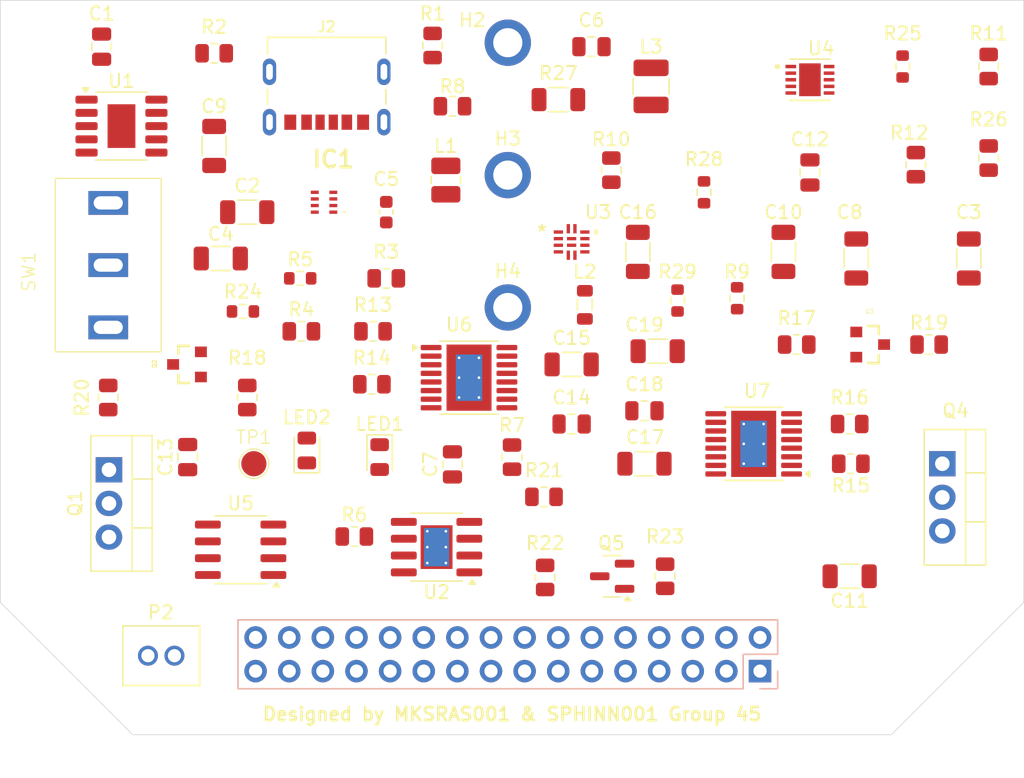
<source format=kicad_pcb>
(kicad_pcb (version 20241229) (generator "pcbnew") (generator_version "9.0")
  (layers (0 "F.Cu" signal) (2 "B.Cu" signal) (13 "F.Paste" user) (15 "B.Paste" user) (5 "F.SilkS" user "F.Silkscreen") (7 "B.SilkS" user "B.Silkscreen") (1 "F.Mask" user) (3 "B.Mask" user) (25 "Edge.Cuts" user))
  (net 0 "")
  (net 1 "5V Out")
  (net 2 "Net-(L2-Pad1)")
  (net 4 "3.7V_out")
  (net 5 "GND")
  (net 6 "Net-(U3-FB)")
  (net 11 "VBUS2")
  (net 12 "/CC2")
  (net 13 "/CC1")
  (net 14 "5V")
  (net 15 "Net-(R27-Pad2)")
  (net 16 "Net-(C6-Pad1)")
  (net 17 "Net-(U6-AISEN)")
  (net 18 "9V")
  (net 19 "Net-(U1-VBUS)")
  (net 20 "Net-(R12-Pad1)")
  (net 21 "Net-(U2-~{CHRG})")
  (net 22 "Net-(LED1-K)")
  (net 23 "Net-(LED2-K)")
  (net 24 "Net-(U2-~{STDBY})")
  (net 25 "Net-(R3-Pad2)")
  (net 26 "Net-(IC1-FB)")
  (net 27 "Net-(U4-FB)")
  (net 28 "Net-(R11-Pad1)")
  (net 29 "Net-(U1-VDD)")
  (net 30 "3V3 Out")
  (net 31 "Net-(R24-Pad2)")
  (net 32 "/FAST_CHARGE_CTRL")
  (net 33 "Net-(U2-PROG)")
  (net 34 "Net-(Q5-D)")
  (net 35 "Net-(Q1-B)")
  (net 36 "Net-(Q2-Pad3)")
  (net 37 "Net-(Q3-Pad3)")
  (net 38 "Net-(Q4-B)")
  (net 39 "/CTRL_EXT_LOAD1")
  (net 40 "Net-(Q2-Pad1)")
  (net 41 "Net-(Q3-Pad1)")
  (net 42 "/CTRL_EXT_LOAD2")
  (net 43 "Net-(U7-BISEN)")
  (net 44 "Net-(U7-AISEN)")
  (net 45 "Net-(U6-BISEN)")
  (net 46 "Net-(R28-Pad2)")
  (net 47 "Net-(R29-Pad2)")
  (net 48 "Net-(U4-LX2)")
  (net 50 "Net-(U4-LX1)")
  (net 51 "/EXT_LOAD1_OUT")
  (net 52 "/EXT_LOAD2_OUT")
  (net 56 "IC2")
  (net 57 "/I2C1_SCL")
  (net 58 "/I2C1_SDA")
  (net 59 "/MOTOR2_A_OUT")
  (net 60 "/MOTOR1_CTRL2")
  (net 61 "Net-(U6-VINT)")
  (net 62 "/MOTOR2_B_OUT")
  (net 63 "/MOTOR1_CTRL1")
  (net 65 "/MOTOR2_CTRL1")
  (net 66 "/MOTOR2_CTRL2")
  (net 67 "/MOTOR1_B_OUT")
  (net 68 "Net-(U6-VCP)")
  (net 69 "/MOTOR1_A_OUT")
  (net 70 "/MOTOR3_CTRL1")
  (net 71 "Net-(U7-VCP)")
  (net 72 "Net-(U7-VINT)")
  (net 74 "/MOTOR3_B_OUT")
  (net 75 "/MOTOR4_CTRL1")
  (net 76 "/MOTOR4_CTRL2")
  (net 77 "/MOTOR4_B_OUT")
  (net 78 "/MOTOR3_CTRL2")
  (net 79 "/MOTOR4_A_OUT")
  (net 80 "/MOTOR3_A_OUT")
  (net 83 "Net-(IC1-SS)")
  (net 84 "Net-(IC1-BST)")
  (net 85 "Net-(IC1-SW)")
  (net 86 "/USART2_RX")
  (net 87 "/USART2_TX")
  (net 88 "3.7V_in")
  (net 89 "/RESV")
  (footprint "Resistor_SMD:R_0805_2012Metric" (layer "F.Cu") (at 182.5 63 90)
    (property "Reference" "R11" (at 2.5 0 180) (layer "F.SilkS"))
    (property "Value" "15k")
    (pad "1" smd roundrect (at -0.9125 0 90) (size 1.025 1.4) (layers "F.Cu" "F.Mask" "F.Paste") (roundrect_rratio 0.243902) (net 28 "Net-(R11-Pad1)"))
    (pad "2" smd roundrect (at 0.9125 0 90) (size 1.025 1.4) (layers "F.Cu" "F.Mask" "F.Paste") (roundrect_rratio 0.243902) (net 27 "Net-(U4-FB)"))
  )
  (footprint "Capacitor_SMD:C_1206_3216Metric" (layer "F.Cu") (at 126.5 74 180)
    (property "Reference" "C2" (at 0 2 0) (layer "F.SilkS"))
    (property "Value" "22u")
    (pad "1" smd roundrect (at -1.475 0 180) (size 1.15 1.8) (layers "F.Cu" "F.Mask" "F.Paste") (roundrect_rratio 0.217391) (net 83 "Net-(IC1-SS)"))
    (pad "2" smd roundrect (at 1.475 0 180) (size 1.15 1.8) (layers "F.Cu" "F.Mask" "F.Paste") (roundrect_rratio 0.217391) (net 5 "GND"))
  )
  (footprint "Inductor_SMD:L_1210_3225Metric" (layer "F.Cu") (at 157 64.5 90)
    (property "Reference" "L3" (at 3 0 180) (layer "F.SilkS"))
    (property "Value" "2.2u")
    (pad "1" smd roundrect (at -1.4 0 90) (size 1.25 2.65) (layers "F.Cu" "F.Mask" "F.Paste") (roundrect_rratio 0.2) (net 50 "Net-(U4-LX1)"))
    (pad "2" smd roundrect (at 1.4 0 90) (size 1.25 2.65) (layers "F.Cu" "F.Mask" "F.Paste") (roundrect_rratio 0.2) (net 48 "Net-(U4-LX2)"))
  )
  (footprint "Capacitor_SMD:C_0603_1608Metric" (layer "F.Cu") (at 137 74 -90)
    (property "Reference" "C5" (at -2.5 0 180) (layer "F.SilkS"))
    (property "Value" "0.1u")
    (pad "1" smd roundrect (at -0.775 0 270) (size 0.9 0.95) (layers "F.Cu" "F.Mask" "F.Paste") (net 85 "Net-(IC1-SW)"))
    (pad "2" smd roundrect (at 0.775 0 270) (size 0.9 0.95) (layers "F.Cu" "F.Mask" "F.Paste") (net 84 "Net-(IC1-BST)"))
  )
  (footprint "Resistor_SMD:R_0805_2012Metric" (layer "F.Cu") (at 154 70.825 90)
    (property "Reference" "R10" (at 2.325 0 180) (layer "F.SilkS"))
    (property "Value" "150k")
    (pad "1" smd roundrect (at -0.9125 0 90) (size 1.025 1.4) (layers "F.Cu" "F.Mask" "F.Paste") (roundrect_rratio 0.243902) (net 6 "Net-(U3-FB)"))
    (pad "2" smd roundrect (at 0.9125 0 90) (size 1.025 1.4) (layers "F.Cu" "F.Mask" "F.Paste") (roundrect_rratio 0.243902) (net 5 "GND"))
  )
  (footprint "MMBT5551:SOT23-3" (layer "F.Cu") (at 173.5 84 180)
    (property "Reference" "Q3" (at 0 2.5 0) (layer "F.SilkS") (effects (font (size 0.32 0.32) (thickness 0.04))))
    (property "Value" "MMBT5551")
    (pad "1" smd rect (at 1 0.95 180) (size 0.9 0.8) (layers "F.Cu" "F.Mask" "F.Paste") (net 41 "Net-(Q3-Pad1)"))
    (pad "2" smd rect (at 1 -0.95 180) (size 0.9 0.8) (layers "F.Cu" "F.Mask" "F.Paste") (net 5 "GND"))
    (pad "3" smd rect (at -1.1 0 180) (size 0.9 0.8) (layers "F.Cu" "F.Mask" "F.Paste") (net 37 "Net-(Q3-Pad3)"))
  )
  (footprint "Capacitor_SMD:C_0805_2012Metric" (layer "F.Cu") (at 115.5 61.5 90)
    (property "Reference" "C1" (at 2.5 0 180) (layer "F.SilkS"))
    (property "Value" "1u")
    (pad "1" smd roundrect (at -0.95 0 90) (size 1 1.45) (layers "F.Cu" "F.Mask" "F.Paste") (net 5 "GND"))
    (pad "2" smd roundrect (at 0.95 0 90) (size 1 1.45) (layers "F.Cu" "F.Mask" "F.Paste") (net 29 "Net-(U1-VDD)"))
  )
  (footprint "MountingHole:MountingHole_2.2mm_M2_ISO7380_Pad" (layer "F.Cu") (at 146.18 71.2)
    (property "Reference" "H3" (at 0 -2.75 0) (layer "F.SilkS"))
    (property "Value" "MountingHole_Pad_MP")
    (pad "1" thru_hole circle (at 0 0) (size 3.5 3.5) (drill 2.2) (layers "*.Cu" "*.Mask"))
  )
  (footprint "Resistor_SMD:R_1206_3216Metric" (layer "F.Cu") (at 150 65.5 180)
    (property "Reference" "R27" (at 0 2 0) (layer "F.SilkS"))
    (property "Value" "0.1")
    (pad "1" smd roundrect (at -1.4625 0 180) (size 1.125 1.75) (layers "F.Cu" "F.Mask" "F.Paste") (roundrect_rratio 0.222222) (net 16 "Net-(C6-Pad1)"))
    (pad "2" smd roundrect (at 1.4625 0 180) (size 1.125 1.75) (layers "F.Cu" "F.Mask" "F.Paste") (roundrect_rratio 0.222222) (net 15 "Net-(R27-Pad2)"))
  )
  (footprint "ul_MP3423GG-Z:QFN14_MP3423_MNP-M" (layer "F.Cu") (at 151 76.25)
    (property "Reference" "U3" (at 2 -2.25 0) (layer "F.SilkS"))
    (property "Value" "MP3423GG-Z")
    (fp_text user "*" (at -2.2479 -0.75 0) (layer "F.SilkS"))
    (fp_text user "*" (at -2.2479 -0.75 0) (layer "F.SilkS"))
    (pad "1" smd rect (at -1 -0.750001 90) (size 0.25 0.7) (layers "F.Cu" "F.Mask" "F.Paste") (net 5 "GND"))
    (pad "2" smd rect (at -1 -0.25 90) (size 0.25 0.7) (layers "F.Cu" "F.Mask" "F.Paste") (net 5 "GND"))
    (pad "3" smd rect (at -1 0.25 90) (size 0.25 0.7) (layers "F.Cu" "F.Mask" "F.Paste"))
    (pad "4" smd rect (at -1 0.750001 90) (size 0.25 0.7) (layers "F.Cu" "F.Mask" "F.Paste") (net 1 "5V Out"))
    (pad "5" smd rect (at -0.25 1) (size 0.25 0.7) (layers "F.Cu" "F.Mask" "F.Paste"))
    (pad "6" smd rect (at 0.25 1) (size 0.25 0.7) (layers "F.Cu" "F.Mask" "F.Paste"))
    (pad "7" smd rect (at 1 0.750001 90) (size 0.25 0.7) (layers "F.Cu" "F.Mask" "F.Paste"))
    (pad "8" smd rect (at 1 0.25 90) (size 0.25 0.7) (layers "F.Cu" "F.Mask" "F.Paste") (net 4 "3.7V_out"))
    (pad "9" smd rect (at 1 -0.25 90) (size 0.25 0.7) (layers "F.Cu" "F.Mask" "F.Paste") (net 4 "3.7V_out"))
    (pad "10" smd rect (at 1 -0.750001 90) (size 0.25 0.7) (layers "F.Cu" "F.Mask" "F.Paste") (net 4 "3.7V_out"))
    (pad "11" smd rect (at 0.25 -1) (size 0.25 0.7) (layers "F.Cu" "F.Mask" "F.Paste"))
    (pad "12" smd rect (at -0.25 -1) (size 0.25 0.7) (layers "F.Cu" "F.Mask" "F.Paste") (net 6 "Net-(U3-FB)"))
    (pad "13" smd rect (at 0 -0.25) (size 0.7 0.25) (layers "F.Cu" "F.Mask" "F.Paste") (net 5 "GND"))
    (pad "14" smd rect (at 0 0.25) (size 0.7 0.25) (layers "F.Cu" "F.Mask" "F.Paste") (net 2 "Net-(L2-Pad1)"))
  )
  (footprint "Capacitor_SMD:C_0805_2012Metric" (layer "F.Cu") (at 142 93.05 90)
    (property "Reference" "C7" (at 0 -1.68 90) (layer "F.SilkS"))
    (property "Value" "10u")
    (pad "1" smd roundrect (at -0.95 0 90) (size 1 1.45) (layers "F.Cu" "F.Mask" "F.Paste") (net 88 "3.7V_in"))
    (pad "2" smd roundrect (at 0.95 0 90) (size 1 1.45) (layers "F.Cu" "F.Mask" "F.Paste") (net 5 "GND"))
  )
  (footprint "Capacitor_SMD:C_0805_2012Metric" (layer "F.Cu") (at 152.5 61.5)
    (property "Reference" "C6" (at 0 -2 180) (layer "F.SilkS"))
    (property "Value" "10u")
    (pad "1" smd roundrect (at -0.95 0) (size 1 1.45) (layers "F.Cu" "F.Mask" "F.Paste") (net 16 "Net-(C6-Pad1)"))
    (pad "2" smd roundrect (at 0.95 0) (size 1 1.45) (layers "F.Cu" "F.Mask" "F.Paste") (net 5 "GND"))
  )
  (footprint "Resistor_SMD:R_0805_2012Metric" (layer "F.Cu") (at 148.9125 95.5 180)
    (property "Reference" "R21" (at 0 2 0) (layer "F.SilkS"))
    (property "Value" "5.6k")
    (pad "1" smd roundrect (at -0.9125 0 180) (size 1.025 1.4) (layers "F.Cu" "F.Mask" "F.Paste") (roundrect_rratio 0.243902) (net 33 "Net-(U2-PROG)"))
    (pad "2" smd roundrect (at 0.9125 0 180) (size 1.025 1.4) (layers "F.Cu" "F.Mask" "F.Paste") (roundrect_rratio 0.243902) (net 5 "GND"))
  )
  (footprint "Inductor_SMD:L_0805_2012Metric" (layer "F.Cu") (at 152 81 90)
    (property "Reference" "L2" (at 2.5 0 180) (layer "F.SilkS"))
    (property "Value" "1.5u")
    (pad "1" smd roundrect (at -1.0625 0 90) (size 0.875 1.2) (layers "F.Cu" "F.Mask" "F.Paste") (net 2 "Net-(L2-Pad1)"))
    (pad "2" smd roundrect (at 1.0625 0 90) (size 0.875 1.2) (layers "F.Cu" "F.Mask" "F.Paste") (net 4 "3.7V_out"))
  )
  (footprint "Resistor_SMD:R_0603_1608Metric" (layer "F.Cu") (at 161 72.5 -90)
    (property "Reference" "R28" (at -2.5 0 180) (layer "F.SilkS"))
    (property "Value" "56k")
    (pad "1" smd roundrect (at -0.825 0 270) (size 0.8 0.95) (layers "F.Cu" "F.Mask" "F.Paste") (net 6 "Net-(U3-FB)"))
    (pad "2" smd roundrect (at 0.825 0 270) (size 0.8 0.95) (layers "F.Cu" "F.Mask" "F.Paste") (net 46 "Net-(R28-Pad2)"))
  )
  (footprint "Capacitor_SMD:C_1206_3216Metric" (layer "F.Cu") (at 172.5 77.5 -90)
    (property "Reference" "C8" (at -3.5 0.5 180) (layer "F.SilkS"))
    (property "Value" "22u")
    (pad "1" smd roundrect (at -1.475 0 270) (size 1.15 1.8) (layers "F.Cu" "F.Mask" "F.Paste") (roundrect_rratio 0.217391) (net 4 "3.7V_out"))
    (pad "2" smd roundrect (at 1.475 0 270) (size 1.15 1.8) (layers "F.Cu" "F.Mask" "F.Paste") (roundrect_rratio 0.217391) (net 5 "GND"))
  )
  (footprint "Capacitor_SMD:C_0805_2012Metric" (layer "F.Cu") (at 122 92.5 90)
    (property "Reference" "C13" (at 0 -1.68 90) (layer "F.SilkS"))
    (property "Value" "10u")
    (pad "1" smd roundrect (at -0.95 0 90) (size 1 1.45) (layers "F.Cu" "F.Mask" "F.Paste") (net 30 "3V3 Out"))
    (pad "2" smd roundrect (at 0.95 0 90) (size 1 1.45) (layers "F.Cu" "F.Mask" "F.Paste") (net 5 "GND"))
  )
  (footprint "Resistor_SMD:R_0805_2012Metric" (layer "F.Cu") (at 126.5 88 90)
    (property "Reference" "R18" (at 3 0 180) (layer "F.SilkS"))
    (property "Value" "470")
    (pad "1" smd roundrect (at -0.9125 0 90) (size 1.025 1.4) (layers "F.Cu" "F.Mask" "F.Paste") (roundrect_rratio 0.243902) (net 39 "/CTRL_EXT_LOAD1"))
    (pad "2" smd roundrect (at 0.9125 0 90) (size 1.025 1.4) (layers "F.Cu" "F.Mask" "F.Paste") (roundrect_rratio 0.243902) (net 40 "Net-(Q2-Pad1)"))
  )
  (footprint "Resistor_SMD:R_0805_2012Metric" (layer "F.Cu") (at 172 90 180)
    (property "Reference" "R16" (at 0 2 0) (layer "F.SilkS"))
    (property "Value" "0.3")
    (pad "1" smd roundrect (at -0.9125 0 180) (size 1.025 1.4) (layers "F.Cu" "F.Mask" "F.Paste") (roundrect_rratio 0.243902) (net 5 "GND"))
    (pad "2" smd roundrect (at 0.9125 0 180) (size 1.025 1.4) (layers "F.Cu" "F.Mask" "F.Paste") (roundrect_rratio 0.243902) (net 43 "Net-(U7-BISEN)"))
  )
  (footprint "Capacitor_SMD:C_0805_2012Metric" (layer "F.Cu") (at 169 71 90)
    (property "Reference" "C12" (at 2.5 0 180) (layer "F.SilkS"))
    (property "Value" "10u")
    (pad "1" smd roundrect (at -0.95 0 90) (size 1 1.45) (layers "F.Cu" "F.Mask" "F.Paste") (net 4 "3.7V_out"))
    (pad "2" smd roundrect (at 0.95 0 90) (size 1 1.45) (layers "F.Cu" "F.Mask" "F.Paste") (net 5 "GND"))
  )
  (footprint "Resistor_SMD:R_0805_2012Metric" (layer "F.Cu") (at 146.5 92.5 -90)
    (property "Reference" "R7" (at -2.4125 0 180) (layer "F.SilkS"))
    (property "Value" "1k")
    (pad "1" smd roundrect (at -0.9125 0 270) (size 1.025 1.4) (layers "F.Cu" "F.Mask" "F.Paste") (roundrect_rratio 0.243902) (net 22 "Net-(LED1-K)"))
    (pad "2" smd roundrect (at 0.9125 0 270) (size 1.025 1.4) (layers "F.Cu" "F.Mask" "F.Paste") (roundrect_rratio 0.243902) (net 21 "Net-(U2-~{CHRG})"))
  )
  (footprint "PHR-2:JST_PHR-2" (layer "F.Cu") (at 120 107.5)
    (property "Reference" "P2" (at -0.041235 -3.266445 0) (layer "F.SilkS") (effects (font (size 1.000811 1.000811))))
    (property "Value" "PHR-2")
    (pad "1" thru_hole circle (at -1 0) (size 1.508 1.508) (drill 1) (layers "*.Cu" "*.Mask") (net 88 "3.7V_in"))
    (pad "2" thru_hole circle (at 1 0) (size 1.508 1.508) (drill 1) (layers "*.Cu" "*.Mask") (net 5 "GND"))
  )
  (footprint "Capacitor_SMD:C_1206_3216Metric" (layer "F.Cu") (at 167 77 90)
    (property "Reference" "C10" (at 3 0 180) (layer "F.SilkS"))
    (property "Value" "22u")
    (pad "1" smd roundrect (at -1.475 0 90) (size 1.15 1.8) (layers "F.Cu" "F.Mask" "F.Paste") (roundrect_rratio 0.217391) (net 1 "5V Out"))
    (pad "2" smd roundrect (at 1.475 0 90) (size 1.15 1.8) (layers "F.Cu" "F.Mask" "F.Paste") (roundrect_rratio 0.217391) (net 5 "GND"))
  )
  (footprint "MP2338GTL-Z:MP2338GTLZ" (layer "F.Cu") (at 132.3 73.25 90)
    (property "Reference" "IC1" (at 3.25 0.7 180) (layer "F.SilkS") (effects (font (size 1.27 1.27) (thickness 0.254))))
    (property "Value" "MP2338GTL-Z" (hide yes))
    (pad "1" smd rect (at -0.75 0.7 90) (size 0.25 0.6) (layers "F.Cu" "F.Mask" "F.Paste"))
    (pad "2" smd rect (at -0.25 0.7 90) (size 0.25 0.6) (layers "F.Cu" "F.Mask" "F.Paste") (net 18 "9V"))
    (pad "3" smd rect (at 0.25 0.7 90) (size 0.25 0.6) (layers "F.Cu" "F.Mask" "F.Paste") (net 85 "Net-(IC1-SW)"))
    (pad "4" smd rect (at 0.75 0.7 90) (size 0.25 0.6) (layers "F.Cu" "F.Mask" "F.Paste") (net 5 "GND"))
    (pad "5" smd rect (at 0.75 -0.7 90) (size 0.25 0.6) (layers "F.Cu" "F.Mask" "F.Paste") (net 84 "Net-(IC1-BST)"))
    (pad "6" smd rect (at 0.25 -0.7 90) (size 0.25 0.6) (layers "F.Cu" "F.Mask" "F.Paste") (net 11 "VBUS2"))
    (pad "7" smd rect (at -0.25 -0.7 90) (size 0.25 0.6) (layers "F.Cu" "F.Mask" "F.Paste") (net 83 "Net-(IC1-SS)"))
    (pad "8" smd rect (at -0.75 -0.7 90) (size 0.25 0.6) (layers "F.Cu" "F.Mask" "F.Paste") (net 26 "Net-(IC1-FB)"))
  )
  (footprint "Resistor_SMD:R_0805_2012Metric" (layer "F.Cu") (at 168 84)
    (property "Reference" "R17" (at 0 -2 0) (layer "F.SilkS"))
    (property "Value" "470")
    (pad "1" smd roundrect (at -0.9125 0) (size 1.025 1.4) (layers "F.Cu" "F.Mask" "F.Paste") (roundrect_rratio 0.243902) (net 42 "/CTRL_EXT_LOAD2"))
    (pad "2" smd roundrect (at 0.9125 0) (size 1.025 1.4) (layers "F.Cu" "F.Mask" "F.Paste") (roundrect_rratio 0.243902) (net 41 "Net-(Q3-Pad1)"))
  )
  (footprint "Inductor_SMD:L_1008_2520Metric" (layer "F.Cu") (at 141.5 71.575 90)
    (property "Reference" "L1" (at 2.575 0 180) (layer "F.SilkS"))
    (property "Value" "6.8u")
    (pad "1" smd roundrect (at -1.075 0 90) (size 1.25 2.2) (layers "F.Cu" "F.Mask" "F.Paste") (roundrect_rratio 0.2) (net 85 "Net-(IC1-SW)"))
    (pad "2" smd roundrect (at 1.075 0 90) (size 1.25 2.2) (layers "F.Cu" "F.Mask" "F.Paste") (roundrect_rratio 0.2) (net 14 "5V"))
  )
  (footprint "Capacitor_SMD:C_0805_2012Metric" (layer "F.Cu") (at 156.5 89)
    (property "Reference" "C17" (at 0.05 2 0) (layer "F.SilkS"))
    (property "Value" "0.01uF")
    (pad "1" smd roundrect (at -0.95 0) (size 1 1.45) (layers "F.Cu" "F.Mask" "F.Paste") (net 56 "IC2"))
    (pad "2" smd roundrect (at 0.95 0) (size 1 1.45) (layers "F.Cu" "F.Mask" "F.Paste") (net 71 "Net-(U7-VCP)"))
  )
  (footprint "Resistor_SMD:R_0805_2012Metric" (layer "F.Cu") (at 136 83 180)
    (property "Reference" "R13" (at 0 2 0) (layer "F.SilkS"))
    (property "Value" "0.3")
    (pad "1" smd roundrect (at -0.9125 0 180) (size 1.025 1.4) (layers "F.Cu" "F.Mask" "F.Paste") (roundrect_rratio 0.243902) (net 5 "GND"))
    (pad "2" smd roundrect (at 0.9125 0 180) (size 1.025 1.4) (layers "F.Cu" "F.Mask" "F.Paste") (roundrect_rratio 0.243902) (net 17 "Net-(U6-AISEN)"))
  )
  (footprint "LED_SMD:LED_0805_2012Metric" (layer "F.Cu") (at 136.5 92.5 -90)
    (property "Reference" "LED1" (at -2.5 0 180) (layer "F.SilkS"))
    (property "Value" "D1")
    (pad "1" smd roundrect (at -0.9375 0 270) (size 0.975 1.4) (layers "F.Cu" "F.Mask" "F.Paste") (net 22 "Net-(LED1-K)"))
    (pad "2" smd roundrect (at 0.9375 0 270) (size 0.975 1.4) (layers "F.Cu" "F.Mask" "F.Paste") (net 14 "5V"))
  )
  (footprint "MyLibrary:NEWSWITCH" (layer "F.Cu") (at 116 78 -90)
    (property "Reference" "SW1" (at 0.5 6 90) (layer "F.SilkS") (effects (font (thickness 0.1))))
    (property "Value" "SPDT")
    (pad "1" thru_hole rect (at -4.7 0) (size 3 1.8) (drill oval 2.2 1) (layers "*.Cu" "*.Mask"))
    (pad "2" thru_hole rect (at 0 0) (size 3 1.8) (drill oval 2.2 1) (layers "*.Cu" "*.Mask") (net 4 "3.7V_out"))
    (pad "3" thru_hole rect (at 4.7 0) (size 3 1.8) (drill oval 2.2 1) (layers "*.Cu" "*.Mask") (net 88 "3.7V_in"))
  )
  (footprint "Resistor_SMD:R_0805_2012Metric" (layer "F.Cu") (at 158.0625 101.5 -90)
    (property "Reference" "R23" (at -3 0 180) (layer "F.SilkS"))
    (property "Value" "10k")
    (pad "1" smd roundrect (at -0.9125 0 270) (size 1.025 1.4) (layers "F.Cu" "F.Mask" "F.Paste") (roundrect_rratio 0.243902) (net 5 "GND"))
    (pad "2" smd roundrect (at 0.9125 0 270) (size 1.025 1.4) (layers "F.Cu" "F.Mask" "F.Paste") (roundrect_rratio 0.243902) (net 32 "/FAST_CHARGE_CTRL"))
  )
  (footprint "RT6150AGQW:SON50P300X300X80-11N" (layer "F.Cu") (at 169 64)
    (property "Reference" "U4" (at 0.84 -2.3695 0) (layer "F.SilkS"))
    (property "Value" "RT6150AGQW")
    (pad "1" smd roundrect (at -1.445 -1) (size 0.81 0.26) (layers "F.Cu" "F.Mask" "F.Paste") (roundrect_rratio 0.125) (net 30 "3V3 Out"))
    (pad "2" smd roundrect (at -1.445 -0.5) (size 0.81 0.26) (layers "F.Cu" "F.Mask" "F.Paste") (roundrect_rratio 0.125) (net 48 "Net-(U4-LX2)"))
    (pad "3" smd roundrect (at -1.445 0) (size 0.81 0.26) (layers "F.Cu" "F.Mask" "F.Paste") (roundrect_rratio 0.125) (net 5 "GND"))
    (pad "4" smd roundrect (at -1.445 0.5) (size 0.81 0.26) (layers "F.Cu" "F.Mask" "F.Paste") (roundrect_rratio 0.125) (net 50 "Net-(U4-LX1)"))
    (pad "5" smd roundrect (at -1.445 1) (size 0.81 0.26) (layers "F.Cu" "F.Mask" "F.Paste") (roundrect_rratio 0.125) (net 4 "3.7V_out"))
    (pad "6" smd roundrect (at 1.445 1) (size 0.81 0.26) (layers "F.Cu" "F.Mask" "F.Paste") (roundrect_rratio 0.125) (net 4 "3.7V_out"))
    (pad "7" smd roundrect (at 1.445 0.5) (size 0.81 0.26) (layers "F.Cu" "F.Mask" "F.Paste") (roundrect_rratio 0.125))
    (pad "8" smd roundrect (at 1.445 0) (size 0.81 0.26) (layers "F.Cu" "F.Mask" "F.Paste") (roundrect_rratio 0.125) (net 4 "3.7V_out"))
    (pad "9" smd roundrect (at 1.445 -0.5) (size 0.81 0.26) (layers "F.Cu" "F.Mask" "F.Paste") (roundrect_rratio 0.125) (net 5 "GND"))
    (pad "10" smd roundrect (at 1.445 -1) (size 0.81 0.26) (layers "F.Cu" "F.Mask" "F.Paste") (roundrect_rratio 0.125) (net 27 "Net-(U4-FB)"))
    (pad "11" smd rect (at 0 0) (size 1.63 2.48) (layers "F.Cu" "F.Mask") (net 5 "GND"))
  )
  (footprint "Resistor_SMD:R_0805_2012Metric" (layer "F.Cu") (at 124 62 180)
    (property "Reference" "R2" (at 0 2 0) (layer "F.SilkS"))
    (property "Value" "10k")
    (pad "1" smd roundrect (at -0.9125 0 180) (size 1.025 1.4) (layers "F.Cu" "F.Mask" "F.Paste") (roundrect_rratio 0.243902) (net 18 "9V"))
    (pad "2" smd roundrect (at 0.9125 0 180) (size 1.025 1.4) (layers "F.Cu" "F.Mask" "F.Paste") (roundrect_rratio 0.243902) (net 19 "Net-(U1-VBUS)"))
  )
  (footprint "Resistor_SMD:R_0603_1608Metric" (layer "F.Cu") (at 163.5 80.5 90)
    (property "Reference" "R9" (at 2 0 180) (layer "F.SilkS"))
    (property "Value" "510k")
    (pad "1" smd roundrect (at -0.825 0 90) (size 0.8 0.95) (layers "F.Cu" "F.Mask" "F.Paste") (net 47 "Net-(R29-Pad2)"))
    (pad "2" smd roundrect (at 0.825 0 90) (size 0.8 0.95) (layers "F.Cu" "F.Mask" "F.Paste") (net 1 "5V Out"))
  )
  (footprint "Resistor_SMD:R_0805_2012Metric" (layer "F.Cu") (at 182.5 69.9125 90)
    (property "Reference" "R26" (at 2.9125 0 180) (layer "F.SilkS"))
    (property "Value" "470k")
    (pad "1" smd roundrect (at -0.9125 0 90) (size 1.025 1.4) (layers "F.Cu" "F.Mask" "F.Paste") (roundrect_rratio 0.243902) (net 30 "3V3 Out"))
    (pad "2" smd roundrect (at 0.9125 0 90) (size 1.025 1.4) (layers "F.Cu" "F.Mask" "F.Paste") (roundrect_rratio 0.243902) (net 28 "Net-(R11-Pad1)"))
  )
  (footprint "Resistor_SMD:R_0603_1608Metric" (layer "F.Cu") (at 130.5 79)
    (property "Reference" "R5" (at 0 -1.43 0) (layer "F.SilkS"))
    (property "Value" "9.1k")
    (pad "1" smd roundrect (at -0.825 0) (size 0.8 0.95) (layers "F.Cu" "F.Mask" "F.Paste") (net 31 "Net-(R24-Pad2)"))
    (pad "2" smd roundrect (at 0.825 0) (size 0.8 0.95) (layers "F.Cu" "F.Mask" "F.Paste") (net 25 "Net-(R3-Pad2)"))
  )
  (footprint "Resistor_SMD:R_0805_2012Metric" (layer "F.Cu") (at 140.5 61.4125 90)
    (property "Reference" "R1" (at 2.4125 0 180) (layer "F.SilkS"))
    (property "Value" "1k")
    (pad "1" smd roundrect (at -0.9125 0 90) (size 1.025 1.4) (layers "F.Cu" "F.Mask" "F.Paste") (roundrect_rratio 0.243902) (net 11 "VBUS2"))
    (pad "2" smd roundrect (at 0.9125 0 90) (size 1.025 1.4) (layers "F.Cu" "F.Mask" "F.Paste") (roundrect_rratio 0.243902) (net 29 "Net-(U1-VDD)"))
  )
  (footprint "Package_SO:HTSSOP-16-1EP_4.4x5mm_P0.65mm_EP3.4x5mm_Mask2.46x2.31mm_ThermalVias" (layer "F.Cu") (at 164.75 91.5 180)
    (property "Reference" "U7" (at -0.25 4 0) (layer "F.SilkS"))
    (property "Value" "DRV8833PWP")
    (pad "1" smd roundrect (at -2.8625 -2.275 180) (size 1.575 0.4) (layers "F.Cu" "F.Mask" "F.Paste") (net 30 "3V3 Out"))
    (pad "2" smd roundrect (at -2.8625 -1.625 180) (size 1.575 0.4) (layers "F.Cu" "F.Mask" "F.Paste") (net 80 "/MOTOR3_A_OUT"))
    (pad "3" smd roundrect (at -2.8625 -0.975 180) (size 1.575 0.4) (layers "F.Cu" "F.Mask" "F.Paste") (net 44 "Net-(U7-AISEN)"))
    (pad "4" smd roundrect (at -2.8625 -0.325 180) (size 1.575 0.4) (layers "F.Cu" "F.Mask" "F.Paste") (net 74 "/MOTOR3_B_OUT"))
    (pad "5" smd roundrect (at -2.8625 0.325 180) (size 1.575 0.4) (layers "F.Cu" "F.Mask" "F.Paste") (net 77 "/MOTOR4_B_OUT"))
    (pad "6" smd roundrect (at -2.8625 0.975 180) (size 1.575 0.4) (layers "F.Cu" "F.Mask" "F.Paste") (net 43 "Net-(U7-BISEN)"))
    (pad "7" smd roundrect (at -2.8625 1.625 180) (size 1.575 0.4) (layers "F.Cu" "F.Mask" "F.Paste") (net 79 "/MOTOR4_A_OUT"))
    (pad "8" smd roundrect (at -2.8625 2.275 180) (size 1.575 0.4) (layers "F.Cu" "F.Mask" "F.Paste"))
    (pad "9" smd roundrect (at 2.8625 2.275 180) (size 1.575 0.4) (layers "F.Cu" "F.Mask" "F.Paste") (net 75 "/MOTOR4_CTRL1"))
    (pad "10" smd roundrect (at 2.8625 1.625 180) (size 1.575 0.4) (layers "F.Cu" "F.Mask" "F.Paste") (net 76 "/MOTOR4_CTRL2"))
    (pad "11" smd roundrect (at 2.8625 0.975 180) (size 1.575 0.4) (layers "F.Cu" "F.Mask" "F.Paste") (net 71 "Net-(U7-VCP)"))
    (pad "12" smd roundrect (at 2.8625 0.325 180) (size 1.575 0.4) (layers "F.Cu" "F.Mask" "F.Paste") (net 56 "IC2"))
    (pad "13" smd roundrect (at 2.8625 -0.325 180) (size 1.575 0.4) (layers "F.Cu" "F.Mask" "F.Paste") (net 5 "GND"))
    (pad "14" smd roundrect (at 2.8625 -0.975 180) (size 1.575 0.4) (layers "F.Cu" "F.Mask" "F.Paste") (net 72 "Net-(U7-VINT)"))
    (pad "15" smd roundrect (at 2.8625 -1.625 180) (size 1.575 0.4) (layers "F.Cu" "F.Mask" "F.Paste") (net 78 "/MOTOR3_CTRL2"))
    (pad "16" smd roundrect (at 2.8625 -2.275 180) (size 1.575 0.4) (layers "F.Cu" "F.Mask" "F.Paste") (net 70 "/MOTOR3_CTRL1"))
    (pad "17" thru_hole circle (at -0.75 -1.5 180) (size 0.5 0.5) (drill 0.2) (property pad_prop_heatsink) (layers "*.Cu") (net 5 "GND"))
    (pad "17" thru_hole circle (at -0.75 0 180) (size 0.5 0.5) (drill 0.2) (property pad_prop_heatsink) (layers "*.Cu") (net 5 "GND"))
    (pad "17" thru_hole circle (at -0.75 1.5 180) (size 0.5 0.5) (drill 0.2) (property pad_prop_heatsink) (layers "*.Cu") (net 5 "GND"))
    (pad "17" smd rect (at 0 0 180) (size 2 3.5) (property pad_prop_heatsink) (layers "B.Cu") (net 5 "GND"))
    (pad "17" smd rect (at 0 0 180) (size 3.4 5) (property pad_prop_heatsink) (layers "F.Cu") (net 5 "GND"))
    (pad "17" thru_hole circle (at 0.75 -1.5 180) (size 0.5 0.5) (drill 0.2) (property pad_prop_heatsink) (layers "*.Cu") (net 5 "GND"))
    (pad "17" thru_hole circle (at 0.75 0 180) (size 0.5 0.5) (drill 0.2) (property pad_prop_heatsink) (layers "*.Cu") (net 5 "GND"))
    (pad "17" thru_hole circle (at 0.75 1.5 180) (size 0.5 0.5) (drill 0.2) (property pad_prop_heatsink) (layers "*.Cu") (net 5 "GND"))
  )
  (footprint "Resistor_SMD:R_0805_2012Metric" (layer "F.Cu") (at 142 66 180)
    (property "Reference" "R8" (at 0 1.5 0) (layer "F.SilkS"))
    (property "Value" "0.3")
    (pad "1" smd roundrect (at -0.9125 0 180) (size 1.025 1.4) (layers "F.Cu" "F.Mask" "F.Paste") (roundrect_rratio 0.243902) (net 15 "Net-(R27-Pad2)"))
    (pad "2" smd roundrect (at 0.9125 0 180) (size 1.025 1.4) (layers "F.Cu" "F.Mask" "F.Paste") (roundrect_rratio 0.243902) (net 14 "5V"))
  )
  (footprint "Resistor_SMD:R_0805_2012Metric" (layer "F.Cu") (at 149 101.5875 -90)
    (property "Reference" "R22" (at -2.5875 0 180) (layer "F.SilkS"))
    (property "Value" "2k")
    (pad "1" smd roundrect (at -0.9125 0 270) (size 1.025 1.4) (layers "F.Cu" "F.Mask" "F.Paste") (roundrect_rratio 0.243902) (net 33 "Net-(U2-PROG)"))
    (pad "2" smd roundrect (at 0.9125 0 270) (size 1.025 1.4) (layers "F.Cu" "F.Mask" "F.Paste") (roundrect_rratio 0.243902) (net 34 "Net-(Q5-D)"))
  )
  (footprint "Package_SO:SOIC-8_3.9x4.9mm_P1.27mm" (layer "F.Cu") (at 126 99.5 180)
    (property "Reference" "U5" (at 0 3.5 0) (layer "F.SilkS"))
    (property "Value" "INA219AxD")
    (pad "1" smd roundrect (at -2.475 -1.905 180) (size 1.95 0.6) (layers "F.Cu" "F.Mask" "F.Paste") (net 30 "3V3 Out"))
    (pad "2" smd roundrect (at -2.475 -0.635 180) (size 1.95 0.6) (layers "F.Cu" "F.Mask" "F.Paste") (net 5 "GND"))
    (pad "3" smd roundrect (at -2.475 0.635 180) (size 1.95 0.6) (layers "F.Cu" "F.Mask" "F.Paste") (net 58 "/I2C1_SDA"))
    (pad "4" smd roundrect (at -2.475 1.905 180) (size 1.95 0.6) (layers "F.Cu" "F.Mask" "F.Paste") (net 57 "/I2C1_SCL"))
    (pad "5" smd roundrect (at 2.475 1.905 180) (size 1.95 0.6) (layers "F.Cu" "F.Mask" "F.Paste") (net 30 "3V3 Out"))
    (pad "6" smd roundrect (at 2.475 0.635 180) (size 1.95 0.6) (layers "F.Cu" "F.Mask" "F.Paste") (net 5 "GND"))
    (pad "7" smd roundrect (at 2.475 -0.635 180) (size 1.95 0.6) (layers "F.Cu" "F.Mask" "F.Paste") (net 56 "IC2"))
    (pad "8" smd roundrect (at 2.475 -1.905 180) (size 1.95 0.6) (layers "F.Cu" "F.Mask" "F.Paste") (net 4 "3.7V_out"))
  )
  (footprint "Capacitor_SMD:C_1206_3216Metric" (layer "F.Cu") (at 124.5 77.5)
    (property "Reference" "C4" (at 0 -1.85 0) (layer "F.SilkS"))
    (property "Value" "22u")
    (pad "1" smd roundrect (at -1.475 0) (size 1.15 1.8) (layers "F.Cu" "F.Mask" "F.Paste") (roundrect_rratio 0.217391) (net 5 "GND"))
    (pad "2" smd roundrect (at 1.475 0) (size 1.15 1.8) (layers "F.Cu" "F.Mask" "F.Paste") (roundrect_rratio 0.217391) (net 14 "5V"))
  )
  (footprint "TestPoint:TestPoint_2mm" (layer "F.Cu") (at 127 93)
    (property "Reference" "TP1" (at 0 -2 0) (layer "F.SilkS") (effects (font (thickness 0.1))))
    (property "Value" "TestPoint_Probe")
    (pad "1" smd circle (at 0 0) (size 1.905 1.905) (layers "F.Cu" "F.Mask" "F.Paste") (net 14 "5V"))
  )
  (footprint "MountingHole:MountingHole_2.2mm_M2_ISO7380_Pad" (layer "F.Cu") (at 146.18 81.2)
    (property "Reference" "H4" (at 0 -2.75 0) (layer "F.SilkS"))
    (property "Value" "MountingHole_Pad_MP")
    (pad "1" thru_hole circle (at 0 0) (size 3.5 3.5) (drill 2.2) (layers "*.Cu" "*.Mask"))
  )
  (footprint "Resistor_SMD:R_0805_2012Metric" (layer "F.Cu") (at 172.0875 93 180)
    (property "Reference" "R15" (at 0 -1.65 0) (layer "F.SilkS"))
    (property "Value" "0.3")
    (pad "1" smd roundrect (at -0.9125 0 180) (size 1.025 1.4) (layers "F.Cu" "F.Mask" "F.Paste") (roundrect_rratio 0.243902) (net 5 "GND"))
    (pad "2" smd roundrect (at 0.9125 0 180) (size 1.025 1.4) (layers "F.Cu" "F.Mask" "F.Paste") (roundrect_rratio 0.243902) (net 44 "Net-(U7-AISEN)"))
  )
  (footprint "Capacitor_SMD:C_1206_3216Metric" (layer "F.Cu") (at 156.5 93)
    (property "Reference" "C18" (at 0 -6 0) (layer "F.SilkS"))
    (property "Value" "2.2uF")
    (pad "1" smd roundrect (at -1.475 0) (size 1.15 1.8) (layers "F.Cu" "F.Mask" "F.Paste") (roundrect_rratio 0.217391) (net 5 "GND"))
    (pad "2" smd roundrect (at 1.475 0) (size 1.15 1.8) (layers "F.Cu" "F.Mask" "F.Paste") (roundrect_rratio 0.217391) (net 72 "Net-(U7-VINT)"))
  )
  (footprint "Package_TO_SOT_SMD:SOT-23" (layer "F.Cu") (at 154.0625 101.5 180)
    (property "Reference" "Q5" (at 0.0625 2.5 0) (layer "F.SilkS"))
    (property "Value" "2N7002")
    (pad "1" smd roundrect (at -0.9375 -0.95 180) (size 1.475 0.6) (layers "F.Cu" "F.Mask" "F.Paste") (net 32 "/FAST_CHARGE_CTRL"))
    (pad "2" smd roundrect (at -0.9375 0.95 180) (size 1.475 0.6) (layers "F.Cu" "F.Mask" "F.Paste") (net 5 "GND"))
    (pad "3" smd roundrect (at 0.9375 0 180) (size 1.475 0.6) (layers "F.Cu" "F.Mask" "F.Paste") (net 34 "Net-(Q5-D)"))
  )
  (footprint "Package_SO:HTSSOP-16-1EP_4.4x5mm_P0.65mm_EP3.4x5mm_Mask2.46x2.31mm_ThermalVias" (layer "F.Cu") (at 143.25 86.5)
    (property "Reference" "U6" (at -0.75 -4 0) (layer "F.SilkS"))
    (property "Value" "DRV8833PWP")
    (pad "1" smd roundrect (at -2.8625 -2.275) (size 1.575 0.4) (layers "F.Cu" "F.Mask" "F.Paste") (net 30 "3V3 Out"))
    (pad "2" smd roundrect (at -2.8625 -1.625) (size 1.575 0.4) (layers "F.Cu" "F.Mask" "F.Paste") (net 69 "/MOTOR1_A_OUT"))
    (pad "3" smd roundrect (at -2.8625 -0.975) (size 1.575 0.4) (layers "F.Cu" "F.Mask" "F.Paste") (net 17 "Net-(U6-AISEN)"))
    (pad "4" smd roundrect (at -2.8625 -0.325) (size 1.575 0.4) (layers "F.Cu" "F.Mask" "F.Paste") (net 67 "/MOTOR1_B_OUT"))
    (pad "5" smd roundrect (at -2.8625 0.325) (size 1.575 0.4) (layers "F.Cu" "F.Mask" "F.Paste") (net 62 "/MOTOR2_B_OUT"))
    (pad "6" smd roundrect (at -2.8625 0.975) (size 1.575 0.4) (layers "F.Cu" "F.Mask" "F.Paste") (net 45 "Net-(U6-BISEN)"))
    (pad "7" smd roundrect (at -2.8625 1.625) (size 1.575 0.4) (layers "F.Cu" "F.Mask" "F.Paste") (net 59 "/MOTOR2_A_OUT"))
    (pad "8" smd roundrect (at -2.8625 2.275) (size 1.575 0.4) (layers "F.Cu" "F.Mask" "F.Paste"))
    (pad "9" smd roundrect (at 2.8625 2.275) (size 1.575 0.4) (layers "F.Cu" "F.Mask" "F.Paste") (net 65 "/MOTOR2_CTRL1"))
    (pad "10" smd roundrect (at 2.8625 1.625) (size 1.575 0.4) (layers "F.Cu" "F.Mask" "F.Paste") (net 66 "/MOTOR2_CTRL2"))
    (pad "11" smd roundrect (at 2.8625 0.975) (size 1.575 0.4) (layers "F.Cu" "F.Mask" "F.Paste") (net 68 "Net-(U6-VCP)"))
    (pad "12" smd roundrect (at 2.8625 0.325) (size 1.575 0.4) (layers "F.Cu" "F.Mask" "F.Paste") (net 56 "IC2"))
    (pad "13" smd roundrect (at 2.8625 -0.325) (size 1.575 0.4) (layers "F.Cu" "F.Mask" "F.Paste") (net 5 "GND"))
    (pad "14" smd roundrect (at 2.8625 -0.975) (size 1.575 0.4) (layers "F.Cu" "F.Mask" "F.Paste") (net 61 "Net-(U6-VINT)"))
    (pad "15" smd roundrect (at 2.8625 -1.625) (size 1.575 0.4) (layers "F.Cu" "F.Mask" "F.Paste") (net 60 "/MOTOR1_CTRL2"))
    (pad "16" smd roundrect (at 2.8625 -2.275) (size 1.575 0.4) (layers "F.Cu" "F.Mask" "F.Paste") (net 63 "/MOTOR1_CTRL1"))
    (pad "17" thru_hole circle (at -0.75 -1.5) (size 0.5 0.5) (drill 0.2) (property pad_prop_heatsink) (layers "*.Cu") (net 5 "GND"))
    (pad "17" thru_hole circle (at -0.75 0) (size 0.5 0.5) (drill 0.2) (property pad_prop_heatsink) (layers "*.Cu") (net 5 "GND"))
    (pad "17" thru_hole circle (at -0.75 1.5) (size 0.5 0.5) (drill 0.2) (property pad_prop_heatsink) (layers "*.Cu") (net 5 "GND"))
    (pad "17" smd rect (at 0 0) (size 2 3.5) (property pad_prop_heatsink) (layers "B.Cu") (net 5 "GND"))
    (pad "17" smd rect (at 0 0) (size 3.4 5) (property pad_prop_heatsink) (layers "F.Cu") (net 5 "GND"))
    (pad "17" thru_hole circle (at 0.75 -1.5) (size 0.5 0.5) (drill 0.2) (property pad_prop_heatsink) (layers "*.Cu") (net 5 "GND"))
    (pad "17" thru_hole circle (at 0.75 0) (size 0.5 0.5) (drill 0.2) (property pad_prop_heatsink) (layers "*.Cu") (net 5 "GND"))
    (pad "17" thru_hole circle (at 0.75 1.5) (size 0.5 0.5) (drill 0.2) (property pad_prop_heatsink) (layers "*.Cu") (net 5 "GND"))
  )
  (footprint "Resistor_SMD:R_0805_2012Metric" (layer "F.Cu") (at 135.9125 87 180)
    (property "Reference" "R14" (at 0 2 0) (layer "F.SilkS"))
    (property "Value" "0.3")
    (pad "1" smd roundrect (at -0.9125 0 180) (size 1.025 1.4) (layers "F.Cu" "F.Mask" "F.Paste") (roundrect_rratio 0.243902) (net 5 "GND"))
    (pad "2" smd roundrect (at 0.9125 0 180) (size 1.025 1.4) (layers "F.Cu" "F.Mask" "F.Paste") (roundrect_rratio 0.243902) (net 45 "Net-(U6-BISEN)"))
  )
  (footprint "Package_TO_SOT_THT:TO-220-3_Vertical" (layer "F.Cu") (at 116.055 93.46 -90)
    (property "Reference" "Q1" (at 2.54 2.555 90) (layer "F.SilkS"))
    (property "Value" "TIP42C")
    (pad "1" thru_hole rect (at 0 0 270) (size 1.905 2) (drill 1.1) (layers "*.Cu" "*.Mask") (net 35 "Net-(Q1-B)"))
    (pad "2" thru_hole oval (at 2.54 0 270) (size 1.905 2) (drill 1.1) (layers "*.Cu" "*.Mask") (net 51 "/EXT_LOAD1_OUT"))
    (pad "3" thru_hole oval (at 5.08 0 270) (size 1.905 2) (drill 1.1) (layers "*.Cu" "*.Mask") (net 1 "5V Out"))
  )
  (footprint "MMBT5551:SOT23-3" (layer "F.Cu") (at 122 85.5)
    (property "Reference" "Q2" (at -2.5 -0.05 90) (layer "F.SilkS") (effects (font (size 0.32 0.32))))
    (property "Value" "MMBT5551")
    (pad "1" smd rect (at 1 0.95) (size 0.9 0.8) (layers "F.Cu" "F.Mask" "F.Paste") (net 40 "Net-(Q2-Pad1)"))
    (pad "2" smd rect (at 1 -0.95) (size 0.9 0.8) (layers "F.Cu" "F.Mask" "F.Paste") (net 5 "GND"))
    (pad "3" smd rect (at -1.1 0) (size 0.9 0.8) (layers "F.Cu" "F.Mask" "F.Paste") (net 36 "Net-(Q2-Pad3)"))
  )
  (footprint "Resistor_SMD:R_0805_2012Metric" (layer "F.Cu") (at 178 84)
    (property "Reference" "R19" (at 0 -1.65 0) (layer "F.SilkS"))
    (property "Value" "51")
    (pad "1" smd roundrect (at -0.9125 0) (size 1.025 1.4) (layers "F.Cu" "F.Mask" "F.Paste") (roundrect_rratio 0.243902) (net 37 "Net-(Q3-Pad3)"))
    (pad "2" smd roundrect (at 0.9125 0) (size 1.025 1.4) (layers "F.Cu" "F.Mask" "F.Paste") (roundrect_rratio 0.243902) (net 38 "Net-(Q4-B)"))
  )
  (footprint "Package_TO_SOT_THT:TO-220-3_Vertical" (layer "F.Cu") (at 179 93 -90)
    (property "Reference" "Q4" (at -4 -1 180) (layer "F.SilkS"))
    (property "Value" "TIP42C")
    (pad "1" thru_hole rect (at 0 0 270) (size 1.905 2) (drill 1.1) (layers "*.Cu" "*.Mask") (net 38 "Net-(Q4-B)"))
    (pad "2" thru_hole oval (at 2.54 0 270) (size 1.905 2) (drill 1.1) (layers "*.Cu" "*.Mask") (net 52 "/EXT_LOAD2_OUT"))
    (pad "3" thru_hole oval (at 5.08 0 270) (size 1.905 2) (drill 1.1) (layers "*.Cu" "*.Mask") (net 1 "5V Out"))
  )
  (footprint "MountingHole:MountingHole_2.2mm_M2_ISO7380_Pad" (layer "F.Cu") (at 146.18 61.2)
    (property "Reference" "H2" (at -2.68 -1.7 0) (layer "F.SilkS"))
    (property "Value" "MountingHole_Pad_MP")
    (pad "1" thru_hole circle (at 0 0) (size 3.5 3.5) (drill 2.2) (layers "*.Cu" "*.Mask"))
  )
  (footprint "Resistor_SMD:R_0805_2012Metric" (layer "F.Cu") (at 130.5875 83)
    (property "Reference" "R4" (at 0 -1.65 0) (layer "F.SilkS"))
    (property "Value" "10k")
    (pad "1" smd roundrect (at -0.9125 0) (size 1.025 1.4) (layers "F.Cu" "F.Mask" "F.Paste") (roundrect_rratio 0.243902) (net 25 "Net-(R3-Pad2)"))
    (pad "2" smd roundrect (at 0.9125 0) (size 1.025 1.4) (layers "F.Cu" "F.Mask" "F.Paste") (roundrect_rratio 0.243902) (net 5 "GND"))
  )
  (footprint "Capacitor_SMD:C_1206_3216Metric" (layer "F.Cu") (at 156 77 90)
    (property "Reference" "C16" (at 3 0 180) (layer "F.SilkS"))
    (property "Value" "2.2uF")
    (pad "1" smd roundrect (at -1.475 0 90) (size 1.15 1.8) (layers "F.Cu" "F.Mask" "F.Paste") (roundrect_rratio 0.217391) (net 56 "IC2"))
    (pad "2" smd roundrect (at 1.475 0 90) (size 1.15 1.8) (layers "F.Cu" "F.Mask" "F.Paste") (roundrect_rratio 0.217391) (net 5 "GND"))
  )
  (footprint "Resistor_SMD:R_0603_1608Metric" (layer "F.Cu") (at 176 63 -90)
    (property "Reference" "R25" (at -2.5 0 180) (layer "F.SilkS"))
    (property "Value" "82k")
    (pad "1" smd roundrect (at -0.825 0 270) (size 0.8 0.95) (layers "F.Cu" "F.Mask" "F.Paste") (net 27 "Net-(U4-FB)"))
    (pad "2" smd roundrect (at 0.825 0 270) (size 0.8 0.95) (layers "F.Cu" "F.Mask" "F.Paste") (net 20 "Net-(R12-Pad1)"))
  )
  (footprint "Resistor_SMD:R_0603_1608Metric" (layer "F.Cu") (at 126.175 81.5)
    (property "Reference" "R24" (at 0 -1.5 0) (layer "F.SilkS"))
    (property "Value" "82k")
    (pad "1" smd roundrect (at -0.825 0) (size 0.8 0.95) (layers "F.Cu" "F.Mask" "F.Paste") (net 14 "5V"))
    (pad "2" smd roundrect (at 0.825 0) (size 0.8 0.95) (layers "F.Cu" "F.Mask" "F.Paste") (net 31 "Net-(R24-Pad2)"))
  )
  (footprint "Resistor_SMD:R_0805_2012Metric" (layer "F.Cu") (at 134.5875 98.5)
    (property "Reference" "R6" (at 0 -1.65 0) (layer "F.SilkS"))
    (property "Value" "1k")
    (pad "1" smd roundrect (at -0.9125 0) (size 1.025 1.4) (layers "F.Cu" "F.Mask" "F.Paste") (roundrect_rratio 0.243902) (net 23 "Net-(LED2-K)"))
    (pad "2" smd roundrect (at 0.9125 0) (size 1.025 1.4) (layers "F.Cu" "F.Mask" "F.Paste") (roundrect_rratio 0.243902) (net 24 "Net-(U2-~{STDBY})"))
  )
  (footprint "Resistor_SMD:R_0603_1608Metric" (layer "F.Cu") (at 159 80.675 -90)
    (property "Reference" "R29" (at -2.175 0 180) (layer "F.SilkS"))
    (property "Value" "220k")
    (pad "1" smd roundrect (at -0.825 0 270) (size 0.8 0.95) (layers "F.Cu" "F.Mask" "F.Paste") (net 46 "Net-(R28-Pad2)"))
    (pad "2" smd roundrect (at 0.825 0 270) (size 0.8 0.95) (layers "F.Cu" "F.Mask" "F.Paste") (net 47 "Net-(R29-Pad2)"))
  )
  (footprint "Capacitor_SMD:C_0805_2012Metric" (layer "F.Cu") (at 151 90 180)
    (property "Reference" "C14" (at 0 2 0) (layer "F.SilkS"))
    (property "Value" "0.01uF")
    (pad "1" smd roundrect (at -0.95 0 180) (size 1 1.45) (layers "F.Cu" "F.Mask" "F.Paste") (net 56 "IC2"))
    (pad "2" smd roundrect (at 0.95 0 180) (size 1 1.45) (layers "F.Cu" "F.Mask" "F.Paste") (net 68 "Net-(U6-VCP)"))
  )
  (footprint "Capacitor_SMD:C_1206_3216Metric" (layer "F.Cu") (at 151 85.5 180)
    (property "Reference" "C15" (at 0 2 0) (layer "F.SilkS"))
    (property "Value" "2.2uF")
    (pad "1" smd roundrect (at -1.475 0 180) (size 1.15 1.8) (layers "F.Cu" "F.Mask" "F.Paste") (roundrect_rratio 0.217391) (net 5 "GND"))
    (pad "2" smd roundrect (at 1.475 0 180) (size 1.15 1.8) (layers "F.Cu" "F.Mask" "F.Paste") (roundrect_rratio 0.217391) (net 61 "Net-(U6-VINT)"))
  )
  (footprint "Resistor_SMD:R_0805_2012Metric" (layer "F.Cu") (at 177 70.4125 -90)
    (property "Reference" "R12" (at -2.4125 0.5 180) (layer "F.SilkS"))
    (property "Value" "4.7k")
    (pad "1" smd roundrect (at -0.9125 0 270) (size 1.025 1.4) (layers "F.Cu" "F.Mask" "F.Paste") (roundrect_rratio 0.243902) (net 20 "Net-(R12-Pad1)"))
    (pad "2" smd roundrect (at 0.9125 0 270) (size 1.025 1.4) (layers "F.Cu" "F.Mask" "F.Paste") (roundrect_rratio 0.243902) (net 5 "GND"))
  )
  (footprint "Capacitor_SMD:C_1206_3216Metric" (layer "F.Cu") (at 172 101.5 180)
    (property "Reference" "C11" (at 0 -1.85 0) (layer "F.SilkS"))
    (property "Value" "22u")
    (pad "1" smd roundrect (at -1.475 0 180) (size 1.15 1.8) (layers "F.Cu" "F.Mask" "F.Paste") (roundrect_rratio 0.217391) (net 1 "5V Out"))
    (pad "2" smd roundrect (at 1.475 0 180) (size 1.15 1.8) (layers "F.Cu" "F.Mask" "F.Paste") (roundrect_rratio 0.217391) (net 5 "GND"))
  )
  (footprint "Capacitor_SMD:C_1206_3216Metric" (layer "F.Cu") (at 181 77.5 90)
    (property "Reference" "C3" (at 3.5 0 180) (layer "F.SilkS"))
    (property "Value" "22u")
    (pad "1" smd roundrect (at -1.475 0 90) (size 1.15 1.8) (layers "F.Cu" "F.Mask" "F.Paste") (roundrect_rratio 0.217391) (net 18 "9V"))
    (pad "2" smd roundrect (at 1.475 0 90) (size 1.15 1.8) (layers "F.Cu" "F.Mask" "F.Paste") (roundrect_rratio 0.217391) (net 5 "GND"))
  )
  (footprint "UJC-HP-3-SMT-TR:CUI_UJC-HP-3-SMT-TR" (layer "F.Cu") (at 132.5 67.2 180)
    (property "Reference" "J2" (at 0 7.2 0) (layer "F.SilkS") (effects (font (size 0.787402 0.787402))))
    (property "Value" "UJC-HP-3-SMT-TR")
    (pad "A5" smd rect (at -0.5 -0.005 180) (size 0.7 1.15) (layers "F.Cu" "F.Mask" "F.Paste") (net 13 "/CC1"))
    (pad "A9" smd rect (at 1.52 -0.005 180) (size 0.8 1.15) (layers "F.Cu" "F.Mask" "F.Paste") (net 11 "VBUS2"))
    (pad "A12" smd rect (at 2.75 -0.005 180) (size 0.9 1.15) (layers "F.Cu" "F.Mask" "F.Paste") (net 5 "GND"))
    (pad "B5" smd rect (at 0.5 -0.005 180) (size 0.7 1.15) (layers "F.Cu" "F.Mask" "F.Paste") (net 12 "/CC2"))
    (pad "B9" smd rect (at -1.52 -0.005 180) (size 0.8 1.15) (layers "F.Cu" "F.Mask" "F.Paste"))
    (pad "B12" smd rect (at -2.75 -0.005 180) (size 0.9 1.15) (layers "F.Cu" "F.Mask" "F.Paste"))
    (pad "S1" thru_hole oval (at -4.32 0 180) (size 1 2) (drill oval 0.5 1.2) (layers "*.Cu" "*.Mask") (net 5 "GND"))
    (pad "S2" thru_hole oval (at 4.32 0 180) (size 1 2) (drill oval 0.5 1.2) (layers "*.Cu" "*.Mask"))
    (pad "S3" thru_hole oval (at -4.32 3.8 180) (size 1 2) (drill oval 0.5 1.2) (layers "*.Cu" "*.Mask"))
    (pad "S4" thru_hole oval (at 4.32 3.8 180) (size 1 2) (drill oval 0.5 1.2) (layers "*.Cu" "*.Mask"))
  )
  (footprint "Package_SO:SOIC-8-1EP_3.9x4.9mm_P1.27mm_EP2.41x3.3mm_ThermalVias" (layer "F.Cu") (at 140.8 99.3 180)
    (property "Reference" "U2" (at 0 -3.4 0) (layer "F.SilkS"))
    (property "Value" "TP4056-42-ESOP8")
    (pad "1" smd roundrect (at -2.475 -1.905 180) (size 1.95 0.6) (layers "F.Cu" "F.Mask" "F.Paste") (net 5 "GND"))
    (pad "2" smd roundrect (at -2.475 -0.635 180) (size 1.95 0.6) (layers "F.Cu" "F.Mask" "F.Paste") (net 33 "Net-(U2-PROG)"))
    (pad "3" smd roundrect (at -2.475 0.635 180) (size 1.95 0.6) (layers "F.Cu" "F.Mask" "F.Paste") (net 5 "GND"))
    (pad "4" smd roundrect (at -2.475 1.905 180) (size 1.95 0.6) (layers "F.Cu" "F.Mask" "F.Paste") (net 14 "5V"))
    (pad "5" smd roundrect (at 2.475 1.905 180) (size 1.95 0.6) (layers "F.Cu" "F.Mask" "F.Paste") (net 88 "3.7V_in"))
    (pad "6" smd roundrect (at 2.475 0.635 180) (size 1.95 0.6) (layers "F.Cu" "F.Mask" "F.Paste") (net 24 "Net-(U2-~{STDBY})"))
    (pad "7" smd roundrect (at 2.475 -0.635 180) (size 1.95 0.6) (layers "F.Cu" "F.Mask" "F.Paste") (net 21 "Net-(U2-~{CHRG})"))
    (pad "8" smd roundrect (at 2.475 -1.905 180) (size 1.95 0.6) (layers "F.Cu" "F.Mask" "F.Paste") (net 14 "5V"))
    (pad "9" thru_hole circle (at -0.7 -1.2 180) (size 0.5 0.5) (drill 0.2) (property pad_prop_heatsink) (layers "*.Cu") (net 5 "GND"))
    (pad "9" thru_hole circle (at -0.7 0 180) (size 0.5 0.5) (drill 0.2) (property pad_prop_heatsink) (layers "*.Cu") (net 5 "GND"))
    (pad "9" thru_hole circle (at -0.7 1.2 180) (size 0.5 0.5) (drill 0.2) (property pad_prop_heatsink) (layers "*.Cu") (net 5 "GND"))
    (pad "9" smd rect (at 0 0 180) (size 1.9 2.9) (property pad_prop_heatsink) (layers "B.Cu") (net 5 "GND"))
    (pad "9" smd rect (at 0 0 180) (size 2.41 3.3) (property pad_prop_heatsink) (layers "F.Cu" "F.Mask") (net 5 "GND"))
    (pad "9" thru_hole circle (at 0.7 -1.2 180) (size 0.5 0.5) (drill 0.2) (property pad_prop_heatsink) (layers "*.Cu") (net 5 "GND"))
    (pad "9" thru_hole circle (at 0.7 0 180) (size 0.5 0.5) (drill 0.2) (property pad_prop_heatsink) (layers "*.Cu") (net 5 "GND"))
    (pad "9" thru_hole circle (at 0.7 1.2 180) (size 0.5 0.5) (drill 0.2) (property pad_prop_heatsink) (layers "*.Cu") (net 5 "GND"))
  )
  (footprint "Package_SO:SSOP-10-1EP_3.9x4.9mm_P1mm_EP2.1x3.3mm" (layer "F.Cu") (at 117 67.5)
    (property "Reference" "U1" (at 0 -3.4 0) (layer "F.SilkS"))
    (property "Value" "CH224K")
    (pad "1" smd roundrect (at -2.6375 -2) (size 1.675 0.6) (layers "F.Cu" "F.Mask" "F.Paste") (net 29 "Net-(U1-VDD)"))
    (pad "2" smd roundrect (at -2.6375 -1) (size 1.675 0.6) (layers "F.Cu" "F.Mask" "F.Paste") (net 5 "GND"))
    (pad "3" smd roundrect (at -2.6375 0) (size 1.675 0.6) (layers "F.Cu" "F.Mask" "F.Paste") (net 5 "GND"))
    (pad "4" smd roundrect (at -2.6375 1) (size 1.675 0.6) (layers "F.Cu" "F.Mask" "F.Paste"))
    (pad "5" smd roundrect (at -2.6375 2) (size 1.675 0.6) (layers "F.Cu" "F.Mask" "F.Paste"))
    (pad "6" smd roundrect (at 2.6375 2) (size 1.675 0.6) (layers "F.Cu" "F.Mask" "F.Paste") (net 12 "/CC2"))
    (pad "7" smd roundrect (at 2.6375 1) (size 1.675 0.6) (layers "F.Cu" "F.Mask" "F.Paste") (net 13 "/CC1"))
    (pad "8" smd roundrect (at 2.6375 0) (size 1.675 0.6) (layers "F.Cu" "F.Mask" "F.Paste") (net 19 "Net-(U1-VBUS)"))
    (pad "9" smd roundrect (at 2.6375 -1) (size 1.675 0.6) (layers "F.Cu" "F.Mask" "F.Paste") (net 5 "GND"))
    (pad "10" smd roundrect (at 2.6375 -2) (size 1.675 0.6) (layers "F.Cu" "F.Mask" "F.Paste"))
    (pad "11" smd rect (at 0 0) (size 2.1 3.3) (property pad_prop_heatsink) (layers "F.Cu" "F.Mask") (net 5 "GND"))
  )
  (footprint "Capacitor_SMD:C_1206_3216Metric" (layer "F.Cu") (at 124 69 90)
    (property "Reference" "C9" (at 3 0 180) (layer "F.SilkS"))
    (property "Value" "22u")
    (pad "1" smd roundrect (at -1.475 0 90) (size 1.15 1.8) (layers "F.Cu" "F.Mask" "F.Paste") (roundrect_rratio 0.217391) (net 4 "3.7V_out"))
    (pad "2" smd roundrect (at 1.475 0 90) (size 1.15 1.8) (layers "F.Cu" "F.Mask" "F.Paste") (roundrect_rratio 0.217391) (net 5 "GND"))
  )
  (footprint "Resistor_SMD:R_0805_2012Metric" (layer "F.Cu") (at 137 79 180)
    (property "Reference" "R3" (at 0 2 0) (layer "F.SilkS"))
    (property "Value" "10k")
    (pad "1" smd roundrect (at -0.9125 0 180) (size 1.025 1.4) (layers "F.Cu" "F.Mask" "F.Paste") (roundrect_rratio 0.243902) (net 26 "Net-(IC1-FB)"))
    (pad "2" smd roundrect (at 0.9125 0 180) (size 1.025 1.4) (layers "F.Cu" "F.Mask" "F.Paste") (roundrect_rratio 0.243902) (net 25 "Net-(R3-Pad2)"))
  )
  (footprint "Capacitor_SMD:C_1206_3216Metric" (layer "F.Cu") (at 157.5 84.5)
    (property "Reference" "C19" (at -1 -2 0) (layer "F.SilkS"))
    (property "Value" "2.2uF")
    (pad "1" smd roundrect (at -1.475 0) (size 1.15 1.8) (layers "F.Cu" "F.Mask" "F.Paste") (roundrect_rratio 0.217391) (net 56 "IC2"))
    (pad "2" smd roundrect (at 1.475 0) (size 1.15 1.8) (layers "F.Cu" "F.Mask" "F.Paste") (roundrect_rratio 0.217391) (net 5 "GND"))
  )
  (footprint "LED_SMD:LED_0805_2012Metric" (layer "F.Cu") (at 131 92 90)
    (property "Reference" "LED2" (at 2.5 0 180) (layer "F.SilkS"))
    (property "Value" "D2")
    (pad "1" smd roundrect (at -0.9375 0 90) (size 0.975 1.4) (layers "F.Cu" "F.Mask" "F.Paste") (net 23 "Net-(LED2-K)"))
    (pad "2" smd roundrect (at 0.9375 0 90) (size 0.975 1.4) (layers "F.Cu" "F.Mask" "F.Paste") (net 14 "5V"))
  )
  (footprint "Resistor_SMD:R_0805_2012Metric" (layer "F.Cu") (at 116 88 -90)
    (property "Reference" "R20" (at 0 2 90) (layer "F.SilkS"))
    (property "Value" "51")
    (pad "1" smd roundrect (at -0.9125 0 270) (size 1.025 1.4) (layers "F.Cu" "F.Mask" "F.Paste") (roundrect_rratio 0.243902) (net 36 "Net-(Q2-Pad3)"))
    (pad "2" smd roundrect (at 0.9125 0 270) (size 1.025 1.4) (layers "F.Cu" "F.Mask" "F.Paste") (roundrect_rratio 0.243902) (net 35 "Net-(Q1-B)"))
  )
  (footprint "Connector_PinHeader_2.54mm:PinHeader_2x16_P2.54mm_Vertical" (layer "B.Cu") (at 165.23 108.665 90)
    (property "Reference" "J1" (hide yes))
    (property "Value" "Conn_02x16_Top_Bottom")
    (pad "1" thru_hole rect (at 0 0 90) (size 1.7 1.7) (drill 1) (layers "*.Cu" "*.Mask") (net 62 "/MOTOR2_B_OUT"))
    (pad "2" thru_hole oval (at 2.54 0 90) (size 1.7 1.7) (drill 1) (layers "*.Cu" "*.Mask") (net 59 "/MOTOR2_A_OUT"))
    (pad "3" thru_hole oval (at 0 -2.54 90) (size 1.7 1.7) (drill 1) (layers "*.Cu" "*.Mask") (net 79 "/MOTOR4_A_OUT"))
    (pad "4" thru_hole oval (at 2.54 -2.54 90) (size 1.7 1.7) (drill 1) (layers "*.Cu" "*.Mask") (net 65 "/MOTOR2_CTRL1"))
    (pad "5" thru_hole oval (at 0 -5.08 90) (size 1.7 1.7) (drill 1) (layers "*.Cu" "*.Mask") (net 77 "/MOTOR4_B_OUT"))
    (pad "6" thru_hole oval (at 2.54 -5.08 90) (size 1.7 1.7) (drill 1) (layers "*.Cu" "*.Mask") (net 66 "/MOTOR2_CTRL2"))
    (pad "7" thru_hole oval (at 0 -7.62 90) (size 1.7 1.7) (drill 1) (layers "*.Cu" "*.Mask") (net 42 "/CTRL_EXT_LOAD2"))
    (pad "8" thru_hole oval (at 2.54 -7.62 90) (size 1.7 1.7) (drill 1) (layers "*.Cu" "*.Mask") (net 75 "/MOTOR4_CTRL1"))
    (pad "9" thru_hole oval (at 0 -10.16 90) (size 1.7 1.7) (drill 1) (layers "*.Cu" "*.Mask") (net 86 "/USART2_RX"))
    (pad "10" thru_hole oval (at 2.54 -10.16 90) (size 1.7 1.7) (drill 1) (layers "*.Cu" "*.Mask") (net 76 "/MOTOR4_CTRL2"))
    (pad "11" thru_hole oval (at 0 -12.7 90) (size 1.7 1.7) (drill 1) (layers "*.Cu" "*.Mask") (net 52 "/EXT_LOAD2_OUT"))
    (pad "12" thru_hole oval (at 2.54 -12.7 90) (size 1.7 1.7) (drill 1) (layers "*.Cu" "*.Mask") (net 87 "/USART2_TX"))
    (pad "13" thru_hole oval (at 0 -15.24 90) (size 1.7 1.7) (drill 1) (layers "*.Cu" "*.Mask") (net 32 "/FAST_CHARGE_CTRL"))
    (pad "14" thru_hole oval (at 2.54 -15.24 90) (size 1.7 1.7) (drill 1) (layers "*.Cu" "*.Mask") (net 4 "3.7V_out"))
    (pad "15" thru_hole oval (at 0 -17.78 90) (size 1.7 1.7) (drill 1) (layers "*.Cu" "*.Mask") (net 89 "/RESV"))
    (pad "16" thru_hole oval (at 2.54 -17.78 90) (size 1.7 1.7) (drill 1) (layers "*.Cu" "*.Mask") (net 57 "/I2C1_SCL"))
    (pad "17" thru_hole oval (at 0 -20.32 90) (size 1.7 1.7) (drill 1) (layers "*.Cu" "*.Mask") (net 58 "/I2C1_SDA"))
    (pad "18" thru_hole oval (at 2.54 -20.32 90) (size 1.7 1.7) (drill 1) (layers "*.Cu" "*.Mask") (net 30 "3V3 Out"))
    (pad "19" thru_hole oval (at 0 -22.86 90) (size 1.7 1.7) (drill 1) (layers "*.Cu" "*.Mask") (net 5 "GND"))
    (pad "20" thru_hole oval (at 2.54 -22.86 90) (size 1.7 1.7) (drill 1) (layers "*.Cu" "*.Mask") (net 1 "5V Out"))
    (pad "21" thru_hole oval (at 0 -25.4 90) (size 1.7 1.7) (drill 1) (layers "*.Cu" "*.Mask") (net 51 "/EXT_LOAD1_OUT"))
    (pad "22" thru_hole oval (at 2.54 -25.4 90) (size 1.7 1.7) (drill 1) (layers "*.Cu" "*.Mask") (net 18 "9V"))
    (pad "23" thru_hole oval (at 0 -27.94 90) (size 1.7 1.7) (drill 1) (layers "*.Cu" "*.Mask") (net 5 "GND"))
    (pad "24" thru_hole oval (at 2.54 -27.94 90) (size 1.7 1.7) (drill 1) (layers "*.Cu" "*.Mask") (net 70 "/MOTOR3_CTRL1"))
    (pad "25" thru_hole oval (at 0 -30.48 90) (size 1.7 1.7) (drill 1) (layers "*.Cu" "*.Mask") (net 39 "/CTRL_EXT_LOAD1"))
    (pad "26" thru_hole oval (at 2.54 -30.48 90) (size 1.7 1.7) (drill 1) (layers "*.Cu" "*.Mask") (net 78 "/MOTOR3_CTRL2"))
    (pad "27" thru_hole oval (at 0 -33.02 90) (size 1.7 1.7) (drill 1) (layers "*.Cu" "*.Mask") (net 80 "/MOTOR3_A_OUT"))
    (pad "28" thru_hole oval (at 2.54 -33.02 90) (size 1.7 1.7) (drill 1) (layers "*.Cu" "*.Mask") (net 63 "/MOTOR1_CTRL1"))
    (pad "29" thru_hole oval (at 0 -35.56 90) (size 1.7 1.7) (drill 1) (layers "*.Cu" "*.Mask") (net 74 "/MOTOR3_B_OUT"))
    (pad "30" thru_hole oval (at 2.54 -35.56 90) (size 1.7 1.7) (drill 1) (layers "*.Cu" "*.Mask") (net 60 "/MOTOR1_CTRL2"))
    (pad "31" thru_hole oval (at 0 -38.1 90) (size 1.7 1.7) (drill 1) (layers "*.Cu" "*.Mask") (net 67 "/MOTOR1_B_OUT"))
    (pad "32" thru_hole oval (at 2.54 -38.1 90) (size 1.7 1.7) (drill 1) (layers "*.Cu" "*.Mask") (net 69 "/MOTOR1_A_OUT"))
  )
  (gr_poly (pts (xy 107.85 58) (xy 185.15 58) (xy 185.15 103.47) (xy 175.15 113.47) (xy 117.85 113.47) (xy 107.85 103.47)) (stroke (width 0.05)) (fill no) (layer "Edge.Cuts"))
  (gr_text "Designed by MKSRAS001 & SPHINN001 Group 45" (at 146.5 112.5 0) (layer "F.SilkS") (effects (font (size 1 1) (thickness 0.2) (bold yes)) (justify bottom)))
)
</source>
